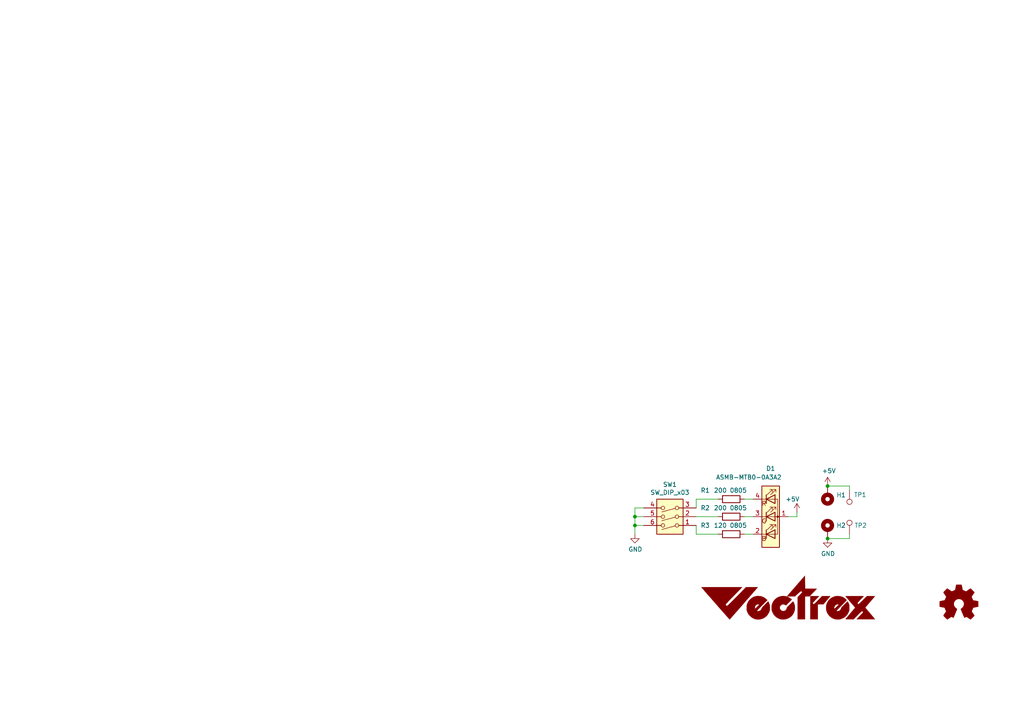
<source format=kicad_sch>
(kicad_sch (version 20211123) (generator eeschema)
  (paper "A4")
  (title_block (title "Vectrex RGB LED") (date "2020-06-28") (rev "v1.0") (company "Brett Walach"))
  (lib_symbols
    (symbol "Connector:TestPoint" (pin_numbers hide) (pin_names (offset 0.762) hide)
      (property "Reference" "TP" (at 0 6.858 0))
      (property "Value" "TestPoint" (at 0 5.08 0))
      (symbol "TestPoint_0_1"
        (circle (center 0 3.302) (radius 0.762))
      )
      (symbol "TestPoint_1_1"
        (pin passive line (at 0 0 90) (length 2.54) (name "1") (number "1"))
      )
    )
    (symbol "Device:R" (pin_numbers hide) (pin_names (offset 0))
      (property "Reference" "R" (at 2.032 0 90))
      (property "Value" "R" (at 0 0 90))
      (symbol "R_0_1"
        (rectangle (start -1.016 -2.54) (end 1.016 2.54) (stroke (width 0.254)))
      )
      (symbol "R_1_1"
        (pin passive line (at 0 3.81 270) (length 1.27) (name "~") (number "1"))
        (pin passive line (at 0 -3.81 90) (length 1.27) (name "~") (number "2"))
      )
    )
    (symbol "Graphic:Logo_Open_Hardware_Small" (pin_names (offset 1.016))
      (symbol "Logo_Open_Hardware_Small_0_1"
        (polyline (pts (xy 3.3528 -4.3434) (xy 3.302 -4.318) (xy 3.175 -4.2418) (xy 2.9972 -4.1148) (xy 2.7686 -3.9624) (xy 2.54 -3.81) (xy 2.3622 -3.7084) (xy 2.2352 -3.6068) (xy 2.1844 -3.5814) (xy 2.159 -3.6068) (xy 2.0574 -3.6576) (xy 1.905 -3.7338) (xy 1.8034 -3.7846) (xy 1.6764 -3.8354) (xy 1.6002 -3.8354) (xy 1.6002 -3.8354) (xy 1.5494 -3.7338) (xy 1.4732 -3.5306) (xy 1.3462 -3.302) (xy 1.2446 -3.0226) (xy 1.1176 -2.7178) (xy 0.9652 -2.413) (xy 0.8636 -2.1082) (xy 0.7366 -1.8288) (xy 0.6604 -1.6256) (xy 0.6096 -1.4732) (xy 0.5842 -1.397) (xy 0.5842 -1.397) (xy 0.6604 -1.3208) (xy 0.7874 -1.2446) (xy 1.0414 -1.016) (xy 1.2954 -0.6858) (xy 1.4478 -0.3302) (xy 1.524 0.0762) (xy 1.4732 0.4572) (xy 1.3208 0.8128) (xy 1.0668 1.143) (xy 0.762 1.3716) (xy 0.4064 1.524) (xy 0 1.5748) (xy -0.381 1.5494) (xy -0.7366 1.397) (xy -1.0668 1.143) (xy -1.2192 0.9906) (xy -1.397 0.6604) (xy -1.524 0.3048) (xy -1.524 0.2286) (xy -1.4986 -0.1778) (xy -1.397 -0.5334) (xy -1.1938 -0.8636) (xy -0.9144 -1.143) (xy -0.8636 -1.1684) (xy -0.7366 -1.27) (xy -0.635 -1.3462) (xy -0.5842 -1.397) (xy -1.0668 -2.5908) (xy -1.143 -2.794) (xy -1.2954 -3.1242) (xy -1.397 -3.4036) (xy -1.4986 -3.6322) (xy -1.5748 -3.7846) (xy -1.6002 -3.8354) (xy -1.6002 -3.8354) (xy -1.651 -3.8354) (xy -1.7272 -3.81) (xy -1.905 -3.7338) (xy -2.0066 -3.683) (xy -2.1336 -3.6068) (xy -2.2098 -3.5814) (xy -2.2606 -3.6068) (xy -2.3622 -3.683) (xy -2.54 -3.81) (xy -2.7686 -3.9624) (xy -2.9718 -4.0894) (xy -3.1496 -4.2164) (xy -3.302 -4.318) (xy -3.3528 -4.3434) (xy -3.3782 -4.3434) (xy -3.429 -4.318) (xy -3.5306 -4.2164) (xy -3.7084 -4.064) (xy -3.937 -3.8354) (xy -3.9624 -3.81) (xy -4.1656 -3.6068) (xy -4.318 -3.4544) (xy -4.4196 -3.3274) (xy -4.445 -3.2766) (xy -4.445 -3.2766) (xy -4.4196 -3.2258) (xy -4.318 -3.0734) (xy -4.2164 -2.8956) (xy -4.064 -2.667) (xy -3.6576 -2.0828) (xy -3.8862 -1.5494) (xy -3.937 -1.3716) (xy -4.0386 -1.1684) (xy -4.0894 -1.0414) (xy -4.1148 -0.9652) (xy -4.191 -0.9398) (xy -4.318 -0.9144) (xy -4.5466 -0.8636) (xy -4.8006 -0.8128) (xy -5.0546 -0.7874) (xy -5.2578 -0.7366) (xy -5.4356 -0.7112) (xy -5.5118 -0.6858) (xy -5.5118 -0.6858) (xy -5.5372 -0.635) (xy -5.5372 -0.5588) (xy -5.5372 -0.4318) (xy -5.5626 -0.2286) (xy -5.5626 0.0762) (xy -5.5626 0.127) (xy -5.5372 0.4064) (xy -5.5372 0.635) (xy -5.5372 0.762) (xy -5.5372 0.8382) (xy -5.5372 0.8382) (xy -5.461 0.8382) (xy -5.3086 0.889) (xy -5.08 0.9144) (xy -4.826 0.9652) (xy -4.8006 0.9906) (xy -4.5466 1.0414) (xy -4.318 1.0668) (xy -4.1656 1.1176) (xy -4.0894 1.143) (xy -4.0894 1.143) (xy -4.0386 1.2446) (xy -3.9624 1.4224) (xy -3.8608 1.6256) (xy -3.7846 1.8288) (xy -3.7084 2.0066) (xy -3.6576 2.159) (xy -3.6322 2.2098) (xy -3.6322 2.2098) (xy -3.683 2.286) (xy -3.7592 2.413) (xy -3.8862 2.5908) (xy -4.064 2.8194) (xy -4.064 2.8448) (xy -4.2164 3.0734) (xy -4.3434 3.2512) (xy -4.4196 3.3782) (xy -4.445 3.4544) (xy -4.445 3.4544) (xy -4.3942 3.5052) (xy -4.2926 3.6322) (xy -4.1148 3.81) (xy -3.937 4.0132) (xy -3.8608 4.064) (xy -3.6576 4.2926) (xy -3.5052 4.4196) (xy -3.4036 4.4958) (xy -3.3528 4.5212) (xy -3.3528 4.5212) (xy -3.302 4.4704) (xy -3.1496 4.3688) (xy -2.9718 4.2418) (xy -2.7432 4.0894) (xy -2.7178 4.0894) (xy -2.4892 3.937) (xy -2.3114 3.81) (xy -2.1844 3.7084) (xy -2.1336 3.683) (xy -2.1082 3.683) (xy -2.032 3.7084) (xy -1.8542 3.7592) (xy -1.6764 3.8354) (xy -1.4732 3.937) (xy -1.27 4.0132) (xy -1.143 4.064) (xy -1.0668 4.1148) (xy -1.0668 4.1148) (xy -1.0414 4.191) (xy -1.016 4.3434) (xy -0.9652 4.572) (xy -0.9144 4.8514) (xy -0.889 4.9022) (xy -0.8382 5.1562) (xy -0.8128 5.3848) (xy -0.7874 5.5372) (xy -0.762 5.588) (xy -0.7112 5.6134) (xy -0.5842 5.6134) (xy -0.4064 5.6134) (xy -0.1524 5.6134) (xy 0.0762 5.6134) (xy 0.3302 5.6134) (xy 0.5334 5.6134) (xy 0.6858 5.588) (xy 0.7366 5.588) (xy 0.7366 5.588) (xy 0.762 5.5118) (xy 0.8128 5.334) (xy 0.8382 5.1054) (xy 0.9144 4.826) (xy 0.9144 4.7752) (xy 0.9652 4.5212) (xy 1.016 4.2926) (xy 1.0414 4.1402) (xy 1.0668 4.0894) (xy 1.0668 4.0894) (xy 1.1938 4.0386) (xy 1.3716 3.9624) (xy 1.5748 3.8608) (xy 2.0828 3.6576) (xy 2.7178 4.0894) (xy 2.7686 4.1402) (xy 2.9972 4.2926) (xy 3.175 4.4196) (xy 3.302 4.4958) (xy 3.3782 4.5212) (xy 3.3782 4.5212) (xy 3.429 4.4704) (xy 3.556 4.3434) (xy 3.7338 4.191) (xy 3.9116 3.9878) (xy 4.064 3.8354) (xy 4.2418 3.6576) (xy 4.3434 3.556) (xy 4.4196 3.4798) (xy 4.4196 3.429) (xy 4.4196 3.4036) (xy 4.3942 3.3274) (xy 4.2926 3.2004) (xy 4.1656 2.9972) (xy 4.0132 2.794) (xy 3.8862 2.5908) (xy 3.7592 2.3876) (xy 3.6576 2.2352) (xy 3.6322 2.159) (xy 3.6322 2.1336) (xy 3.683 2.0066) (xy 3.7592 1.8288) (xy 3.8608 1.6002) (xy 4.064 1.1176) (xy 4.3942 1.0414) (xy 4.5974 1.016) (xy 4.8768 0.9652) (xy 5.1308 0.9144) (xy 5.5372 0.8382) (xy 5.5626 -0.6604) (xy 5.4864 -0.6858) (xy 5.4356 -0.6858) (xy 5.2832 -0.7366) (xy 5.0546 -0.762) (xy 4.8006 -0.8128) (xy 4.5974 -0.8636) (xy 4.3688 -0.9144) (xy 4.2164 -0.9398) (xy 4.1402 -0.9398) (xy 4.1148 -0.9652) (xy 4.064 -1.0668) (xy 3.9878 -1.2446) (xy 3.9116 -1.4478) (xy 3.81 -1.651) (xy 3.7338 -1.8542) (xy 3.683 -2.0066) (xy 3.6576 -2.0828) (xy 3.683 -2.1336) (xy 3.7846 -2.2606) (xy 3.8862 -2.4638) (xy 4.0386 -2.667) (xy 4.191 -2.8956) (xy 4.318 -3.0734) (xy 4.3942 -3.2004) (xy 4.445 -3.2766) (xy 4.4196 -3.3274) (xy 4.3434 -3.429) (xy 4.1656 -3.5814) (xy 3.937 -3.8354) (xy 3.8862 -3.8608) (xy 3.683 -4.064) (xy 3.5306 -4.2164) (xy 3.4036 -4.318) (xy 3.3528 -4.3434)) (fill (type outline)))
      )
    )
    (symbol "LED:ASMB-MTB0-0A3A2" (pin_names (offset 0) hide)
      (property "Reference" "D" (at 0 10.16 0))
      (property "Value" "ASMB-MTB0-0A3A2" (at 0 -10.16 0))
      (symbol "ASMB-MTB0-0A3A2_0_0"
        (text "B" (at -1.905 -6.35 0) (effects (font (size 1.27 1.27))))
        (text "G" (at -1.905 -1.27 0) (effects (font (size 1.27 1.27))))
        (text "R" (at -1.905 3.81 0) (effects (font (size 1.27 1.27))))
      )
      (symbol "ASMB-MTB0-0A3A2_0_1"
        (rectangle (start -2.54 -8.89) (end 2.54 8.89) (stroke (width 0.254)) (fill (type background)))
        (polyline (pts (xy -2.54 -5.08) (xy 1.27 -5.08)))
        (polyline (pts (xy -1.27 -3.81) (xy -1.27 -6.35)) (stroke (width 0.254)))
        (polyline (pts (xy -1.27 1.27) (xy -1.27 -1.27)) (stroke (width 0.254)))
        (polyline (pts (xy -1.27 6.35) (xy -1.27 3.81)) (stroke (width 0.254)))
        (polyline (pts (xy 1.27 5.08) (xy -2.54 5.08)))
        (polyline (pts (xy 2.54 0) (xy -2.54 0)))
        (polyline (pts (xy 1.27 -5.08) (xy 2.032 -5.08) (xy 2.032 5.08) (xy 1.27 5.08)))
        (polyline (pts (xy 1.27 -3.81) (xy 1.27 -6.35) (xy -1.27 -5.08) (xy 1.27 -3.81)) (stroke (width 0.254)))
        (polyline (pts (xy 1.27 1.27) (xy 1.27 -1.27) (xy -1.27 0) (xy 1.27 1.27)) (stroke (width 0.254)))
        (polyline (pts (xy 1.27 6.35) (xy 1.27 3.81) (xy -1.27 5.08) (xy 1.27 6.35)) (stroke (width 0.254)))
        (polyline (pts (xy -1.016 -3.81) (xy 0.508 -2.286) (xy -0.254 -2.286) (xy 0.508 -2.286) (xy 0.508 -3.048)))
        (polyline (pts (xy -1.016 1.27) (xy 0.508 2.794) (xy -0.254 2.794) (xy 0.508 2.794) (xy 0.508 2.032)))
        (polyline (pts (xy -1.016 6.35) (xy 0.508 7.874) (xy -0.254 7.874) (xy 0.508 7.874) (xy 0.508 7.112)))
        (polyline (pts (xy 0 -3.81) (xy 1.524 -2.286) (xy 0.762 -2.286) (xy 1.524 -2.286) (xy 1.524 -3.048)))
        (polyline (pts (xy 0 1.27) (xy 1.524 2.794) (xy 0.762 2.794) (xy 1.524 2.794) (xy 1.524 2.032)))
        (polyline (pts (xy 0 6.35) (xy 1.524 7.874) (xy 0.762 7.874) (xy 1.524 7.874) (xy 1.524 7.112)))
        (rectangle (start 1.27 6.35) (end 1.27 6.35))
        (circle (center 2.032 0) (radius 0.254) (fill (type outline)))
      )
      (symbol "ASMB-MTB0-0A3A2_1_1"
        (pin passive line (at 5.08 0 180) (length 2.54) (name "A") (number "1"))
        (pin passive line (at -5.08 -5.08 0) (length 2.54) (name "BK") (number "2"))
        (pin passive line (at -5.08 0 0) (length 2.54) (name "GK") (number "3"))
        (pin passive line (at -5.08 5.08 0) (length 2.54) (name "RK") (number "4"))
      )
    )
    (symbol "Mechanical:MountingHole_Pad" (pin_numbers hide) (pin_names (offset 1.016) hide)
      (property "Reference" "H" (at 0 6.35 0))
      (property "Value" "MountingHole_Pad" (at 0 4.445 0))
      (symbol "MountingHole_Pad_0_1"
        (circle (center 0 1.27) (radius 1.27) (stroke (width 1.27)))
      )
      (symbol "MountingHole_Pad_1_1"
        (pin input line (at 0 -2.54 90) (length 2.54) (name "1") (number "1"))
      )
    )
    (symbol "Switch:SW_DIP_x03" (pin_names (offset 0) hide)
      (property "Reference" "SW" (at 0 8.89 0))
      (property "Value" "SW_DIP_x03" (at 0 -3.81 0))
      (symbol "SW_DIP_x03_0_0"
        (circle (center -2.032 0) (radius 0.508))
        (circle (center -2.032 2.54) (radius 0.508))
        (circle (center -2.032 5.08) (radius 0.508))
        (polyline (pts (xy -1.524 0.127) (xy 2.3622 1.1684)))
        (polyline (pts (xy -1.524 2.667) (xy 2.3622 3.7084)))
        (polyline (pts (xy -1.524 5.207) (xy 2.3622 6.2484)))
        (circle (center 2.032 0) (radius 0.508))
        (circle (center 2.032 2.54) (radius 0.508))
        (circle (center 2.032 5.08) (radius 0.508))
      )
      (symbol "SW_DIP_x03_0_1"
        (rectangle (start -3.81 7.62) (end 3.81 -2.54) (stroke (width 0.254)) (fill (type background)))
      )
      (symbol "SW_DIP_x03_1_1"
        (pin passive line (at -7.62 5.08 0) (length 5.08) (name "~") (number "1"))
        (pin passive line (at -7.62 2.54 0) (length 5.08) (name "~") (number "2"))
        (pin passive line (at -7.62 0 0) (length 5.08) (name "~") (number "3"))
        (pin passive line (at 7.62 0 180) (length 5.08) (name "~") (number "4"))
        (pin passive line (at 7.62 2.54 180) (length 5.08) (name "~") (number "5"))
        (pin passive line (at 7.62 5.08 180) (length 5.08) (name "~") (number "6"))
      )
    )
    (symbol "power:+5V" (power) (pin_names (offset 0))
      (property "Value" "+5V" (at 0 3.556 0))
      (symbol "+5V_0_1"
        (polyline (pts (xy -0.762 1.27) (xy 0 2.54)))
        (polyline (pts (xy 0 0) (xy 0 2.54)))
        (polyline (pts (xy 0 2.54) (xy 0.762 1.27)))
      )
      (symbol "+5V_1_1"
        (pin power_in line (at 0 0 90) (length 0) hide (name "+5V") (number "1"))
      )
    )
    (symbol "power:GND" (power) (pin_names (offset 0))
      (property "Value" "GND" (at 0 -3.81 0))
      (symbol "GND_0_1"
        (polyline (pts (xy 0 0) (xy 0 -1.27) (xy 1.27 -1.27) (xy 0 -2.54) (xy -1.27 -1.27) (xy 0 -1.27)))
      )
      (symbol "GND_1_1"
        (pin power_in line (at 0 0 270) (length 0) hide (name "GND") (number "1"))
      )
    )
    (symbol "vectrex-us:LOGO" (pin_names (offset 1.016))
      (symbol "LOGO_0_0"
        (polyline (pts (xy 8.5852 -1.9304) (xy 9.398 -1.905) (xy 10.2108 -1.905) (xy 11.2014 -0.762) (xy 11.2776 -0.6604) (xy 11.5062 -0.381) (xy 11.7348 -0.127) (xy 11.9126 0.1016) (xy 12.065 0.2794) (xy 12.1412 0.381) (xy 12.1666 0.4318) (xy 12.065 0.4572) (xy 9.8552 0.4572) (xy 8.7376 -0.7112) (xy 8.4328 -0.9906) (xy 8.1788 -1.27) (xy 7.8232 -1.6256) (xy 7.6962 -1.7272) (xy 7.5946 -1.8034) (xy 7.5438 -1.8542) (xy 7.4676 -1.8542) (xy 7.4168 -1.8796) (xy 7.3406 -1.8542) (xy 7.2136 -1.778) (xy 7.1374 -1.651) (xy 7.1374 -1.4986) (xy 7.1628 -1.4732) (xy 7.239 -1.3462) (xy 7.3914 -1.1938) (xy 7.5692 -0.9906) (xy 7.7978 -0.7366) (xy 8.6614 0.127) (xy 8.7884 0.2794) (xy 8.9408 0.4318) (xy 8.89 0.4318) (xy 8.7884 0.4572) (xy 6.4516 0.4572) (xy 6.4516 -6.2484) (xy 8.5852 -6.2484) (xy 8.5852 -1.9304)) (stroke (width 0.0254)) (fill (type outline)))
        (polyline (pts (xy 4.8768 0.3556) (xy 5.5118 0.381) (xy 6.1722 0.381) (xy 7.2136 1.4732) (xy 8.2804 2.5654) (xy 6.5786 2.5908) (xy 4.9022 2.6162) (xy 4.8768 4.4958) (xy 4.8514 6.35) (xy 4.7244 6.1976) (xy 4.699 6.1722) (xy 4.5974 6.0452) (xy 4.4196 5.8674) (xy 4.2164 5.6134) (xy 3.9624 5.334) (xy 3.683 5.0038) (xy 3.3528 4.6228) (xy 2.6416 3.81) (xy 2.2606 3.3528) (xy 0.7366 1.6256) (xy 0.6096 1.4732) (xy 0.3556 1.1938) (xy 0.1524 0.9398) (xy -0.0254 0.7112) (xy -0.1778 0.5588) (xy -0.254 0.4318) (xy -0.2794 0.4064) (xy -0.1778 0.381) (xy 1.9558 0.381) (xy 2.7686 1.143) (xy 2.8956 1.2446) (xy 3.1496 1.4732) (xy 3.3274 1.651) (xy 3.4798 1.7526) (xy 3.6068 1.8288) (xy 3.683 1.8796) (xy 3.7338 1.905) (xy 3.8862 1.8542) (xy 4.0132 1.7526) (xy 4.064 1.6002) (xy 4.0386 1.5748) (xy 4.0132 1.4986) (xy 3.937 1.397) (xy 3.8354 1.2446) (xy 3.6322 1.0668) (xy 3.4036 0.8128) (xy 2.7432 0.127) (xy 2.7432 -6.2484) (xy 4.8768 -6.2484) (xy 4.8768 0.3556)) (stroke (width 0.0254)) (fill (type outline)))
        (polyline (pts (xy -0.635 -6.1976) (xy -0.1016 -6.0198) (xy 0.4064 -5.7658) (xy 0.8636 -5.4356) (xy 1.0922 -5.207) (xy 1.4224 -4.7752) (xy 1.6764 -4.2672) (xy 1.8542 -3.7592) (xy 1.9558 -3.2004) (xy 1.9558 -2.667) (xy 1.8796 -2.1336) (xy 1.6764 -1.524) (xy 1.5748 -1.3208) (xy 1.4986 -1.1938) (xy 1.4224 -1.1176) (xy 1.3208 -1.2192) (xy 1.1684 -1.3462) (xy 0.9652 -1.524) (xy 0.762 -1.7526) (xy 0.508 -1.9812) (xy -0.0762 -2.5654) (xy -0.2032 -2.7178) (xy -0.3048 -2.8448) (xy -0.3556 -2.921) (xy -0.4064 -3.0226) (xy -0.4318 -3.0988) (xy -0.4572 -3.2512) (xy -0.6096 -3.5306) (xy -0.8382 -3.7338) (xy -1.1176 -3.8608) (xy -1.4478 -3.8862) (xy -1.4732 -3.8862) (xy -1.778 -3.8354) (xy -2.0574 -3.683) (xy -2.2606 -3.4544) (xy -2.3114 -3.3782) (xy -2.3876 -3.2512) (xy -2.413 -3.0988) (xy -2.413 -2.6416) (xy -2.3622 -2.5146) (xy -2.2606 -2.3622) (xy -2.159 -2.2352) (xy -1.9304 -2.032) (xy -1.6764 -1.9558) (xy -1.3716 -1.9304) (xy -1.1684 -1.9558) (xy -0.9906 -2.0066) (xy -0.8382 -2.0828) (xy -0.635 -2.2098) (xy 1.0414 -0.5334) (xy 0.8128 -0.3302) (xy 0.762 -0.3048) (xy 0.3048 0.0254) (xy -0.1778 0.254) (xy -0.7112 0.4064) (xy -1.27 0.4826) (xy -1.8034 0.4572) (xy -1.905 0.4572) (xy -2.4638 0.3048) (xy -2.9972 0.1016) (xy -3.4798 -0.2032) (xy -3.8862 -0.5842) (xy -4.2418 -1.016) (xy -4.5212 -1.524) (xy -4.7244 -2.0828) (xy -4.7498 -2.3114) (xy -4.8006 -2.667) (xy -4.8006 -3.048) (xy -4.7752 -3.429) (xy -4.7244 -3.7338) (xy -4.6736 -3.8354) (xy -4.4704 -4.3688) (xy -4.191 -4.8514) (xy -3.8354 -5.2832) (xy -3.4036 -5.6642) (xy -2.921 -5.9436) (xy -2.413 -6.1722) (xy -1.8542 -6.2738) (xy -1.7526 -6.2992) (xy -1.1938 -6.2992) (xy -0.635 -6.1976)) (stroke (width 0.0254)) (fill (type outline)))
        (polyline (pts (xy -16.8402 -6.1468) (xy -16.6878 -5.969) (xy -16.4846 -5.7404) (xy -16.2306 -5.461) (xy -15.9258 -5.1054) (xy -15.5956 -4.7498) (xy -15.24 -4.318) (xy -14.8336 -3.8862) (xy -14.4272 -3.4036) (xy -13.9954 -2.921) (xy -13.5636 -2.413) (xy -13.1064 -1.905) (xy -12.6492 -1.3716) (xy -12.2174 -0.8636) (xy -11.7602 -0.3556) (xy -11.3284 0.127) (xy -10.922 0.6096) (xy -10.541 1.0414) (xy -10.1854 1.4732) (xy -9.8552 1.8542) (xy -9.5504 2.1844) (xy -9.3218 2.4638) (xy -9.1186 2.6924) (xy -8.9662 2.8702) (xy -8.8646 2.9972) (xy -8.8392 3.0226) (xy -8.8646 3.048) (xy -12.2174 3.048) (xy -14.859 0.3556) (xy -15.0114 0.2286) (xy -15.494 -0.2794) (xy -16.7132 -1.4986) (xy -17.018 -1.778) (xy -17.2466 -2.032) (xy -17.4498 -2.2098) (xy -17.5768 -2.3114) (xy -17.6276 -2.3622) (xy -17.8054 -2.3622) (xy -17.9578 -2.3114) (xy -18.0848 -2.1844) (xy -18.1356 -2.032) (xy -18.0848 -1.8542) (xy -18.0086 -1.778) (xy -17.8816 -1.6256) (xy -17.6784 -1.4224) (xy -17.4498 -1.1684) (xy -17.1704 -0.8636) (xy -16.8402 -0.5334) (xy -16.4846 -0.1524) (xy -15.5448 0.7874) (xy -15.1638 1.1938) (xy -14.4526 1.905) (xy -14.1478 2.2352) (xy -13.8684 2.4892) (xy -13.6652 2.7178) (xy -13.5128 2.8956) (xy -13.4112 2.9972) (xy -13.3604 3.0226) (xy -13.3858 3.0226) (xy -13.4874 3.048) (xy -24.4094 3.048) (xy -24.7142 3.0226) (xy -25.146 3.0226) (xy -25.1206 2.9972) (xy -25.0444 2.8956) (xy -24.892 2.7178) (xy -24.6888 2.4892) (xy -24.4348 2.2098) (xy -24.1554 1.8542) (xy -23.7998 1.4732) (xy -23.4188 1.016) (xy -23.0124 0.5588) (xy -22.5552 0.0508) (xy -21.59 -1.0668) (xy -21.0566 -1.651) (xy -20.6502 -2.1336) (xy -19.685 -3.2512) (xy -19.2278 -3.7592) (xy -18.796 -4.2418) (xy -18.415 -4.6736) (xy -18.0594 -5.08) (xy -17.7546 -5.4356) (xy -17.4752 -5.715) (xy -17.272 -5.969) (xy -17.1196 -6.1468) (xy -17.018 -6.2484) (xy -16.9672 -6.2738) (xy -16.8402 -6.1468)) (stroke (width 0.0254)) (fill (type outline)))
        (polyline (pts (xy -8.3566 -6.2992) (xy -7.8994 -6.1976) (xy -7.6962 -6.1468) (xy -7.5184 -6.096) (xy -7.0612 -5.8928) (xy -6.604 -5.588) (xy -6.1722 -5.207) (xy -5.842 -4.7498) (xy -5.5626 -4.2672) (xy -5.3594 -3.6576) (xy -5.3086 -3.3782) (xy -5.3086 -2.6924) (xy -5.334 -2.3622) (xy -5.3848 -2.0828) (xy -5.3848 -2.0066) (xy -5.461 -1.8288) (xy -5.6134 -1.4224) (xy -5.6896 -1.27) (xy -5.7658 -1.143) (xy -5.7912 -1.1176) (xy -5.8166 -1.1176) (xy -5.9182 -1.2192) (xy -6.0706 -1.3462) (xy -6.2484 -1.5494) (xy -6.477 -1.7526) (xy -6.731 -2.0066) (xy -6.7564 -2.0574) (xy -7.0358 -2.3368) (xy -7.2644 -2.54) (xy -7.4168 -2.7178) (xy -7.5184 -2.8702) (xy -7.5946 -2.9718) (xy -7.6454 -3.048) (xy -7.6708 -3.1496) (xy -7.7216 -3.2258) (xy -7.874 -3.5306) (xy -8.0772 -3.7338) (xy -8.3566 -3.8608) (xy -8.6868 -3.8862) (xy -8.9662 -3.8862) (xy -9.0424 -3.8608) (xy -9.0678 -3.8354) (xy -9.0424 -3.7846) (xy -8.9916 -3.7084) (xy -8.89 -3.5814) (xy -8.7376 -3.429) (xy -8.5598 -3.2258) (xy -6.0452 -0.7112) (xy -6.3246 -0.4572) (xy -6.5278 -0.2794) (xy -6.985 0.0508) (xy -7.5184 0.2794) (xy -7.8994 0.4064) (xy -8.4836 0.4826) (xy -9.0424 0.4826) (xy -9.5758 0.3556) (xy -10.1092 0.1778) (xy -10.5918 -0.127) (xy -11.0236 -0.508) (xy -11.2268 -0.7112) (xy -11.5062 -1.0414) (xy -11.7094 -1.4224) (xy -11.8872 -1.8288) (xy -11.9126 -1.9304) (xy -11.9634 -2.0828) (xy -11.9888 -2.2098) (xy -12.0142 -2.3876) (xy -12.0142 -3.2004) (xy -9.652 -3.2004) (xy -9.652 -2.8702) (xy -9.6012 -2.54) (xy -9.4742 -2.286) (xy -9.271 -2.0828) (xy -8.9916 -1.9558) (xy -8.6614 -1.9304) (xy -8.382 -1.9304) (xy -8.3312 -1.9558) (xy -8.4582 -2.0828) (xy -8.5852 -2.2352) (xy -9.3218 -2.9718) (xy -9.4742 -3.0988) (xy -9.6266 -3.2512) (xy -9.652 -3.2004) (xy -12.0142 -3.2004) (xy -12.0142 -3.5306) (xy -11.9888 -3.683) (xy -11.8872 -3.9878) (xy -11.7856 -4.2418) (xy -11.6078 -4.6228) (xy -11.3538 -4.9784) (xy -11.0236 -5.3086) (xy -10.668 -5.6388) (xy -10.1854 -5.9436) (xy -9.6774 -6.1722) (xy -9.0932 -6.2738) (xy -8.9408 -6.2992) (xy -8.8138 -6.3246) (xy -8.5598 -6.3246) (xy -8.3566 -6.2992)) (stroke (width 0.0254)) (fill (type outline)))
        (polyline (pts (xy 15.3162 -6.1722) (xy 15.8242 -5.969) (xy 16.3068 -5.6896) (xy 16.7386 -5.334) (xy 16.9672 -5.1054) (xy 17.2212 -4.7498) (xy 17.4244 -4.3942) (xy 17.6022 -3.9878) (xy 17.6276 -3.937) (xy 17.6784 -3.7846) (xy 17.7038 -3.6322) (xy 17.7292 -3.4544) (xy 17.7292 -2.3876) (xy 17.7038 -2.2098) (xy 17.6784 -2.0574) (xy 17.6276 -1.8796) (xy 17.5768 -1.778) (xy 17.4752 -1.524) (xy 17.399 -1.3208) (xy 17.2974 -1.1938) (xy 17.2212 -1.1176) (xy 17.1958 -1.143) (xy 17.0942 -1.2192) (xy 16.764 -1.5494) (xy 16.5354 -1.7526) (xy 15.7734 -2.5146) (xy 15.5956 -2.7178) (xy 15.4686 -2.8702) (xy 15.3924 -2.9718) (xy 15.3924 -3.0226) (xy 15.367 -3.175) (xy 15.2654 -3.3782) (xy 15.113 -3.5814) (xy 14.9352 -3.7592) (xy 14.9098 -3.7592) (xy 14.7574 -3.8354) (xy 14.605 -3.8862) (xy 14.097 -3.8862) (xy 14.0208 -3.8608) (xy 13.9954 -3.8354) (xy 14.0208 -3.7846) (xy 14.0716 -3.7084) (xy 14.1732 -3.6068) (xy 14.3002 -3.4544) (xy 14.7574 -2.9972) (xy 15.0622 -2.667) (xy 16.2052 -1.524) (xy 16.4592 -1.2446) (xy 16.6624 -1.0414) (xy 16.8148 -0.8636) (xy 16.9672 -0.7112) (xy 16.9418 -0.7112) (xy 16.891 -0.635) (xy 16.7894 -0.508) (xy 16.637 -0.381) (xy 16.4592 -0.2286) (xy 15.9766 0.1016) (xy 15.4686 0.3048) (xy 14.9352 0.4318) (xy 14.4018 0.4826) (xy 13.843 0.4572) (xy 13.335 0.3048) (xy 12.827 0.1016) (xy 12.3444 -0.2032) (xy 11.9126 -0.5842) (xy 11.7348 -0.7874) (xy 11.4808 -1.1938) (xy 11.2522 -1.651) (xy 11.0998 -2.0828) (xy 11.0744 -2.159) (xy 11.0236 -2.4384) (xy 11.0236 -2.9718) (xy 13.3604 -2.9718) (xy 13.3604 -2.8194) (xy 13.3858 -2.667) (xy 13.4366 -2.5654) (xy 13.589 -2.286) (xy 13.7922 -2.0828) (xy 14.0716 -1.9558) (xy 14.4018 -1.9304) (xy 14.6812 -1.9304) (xy 14.732 -1.9558) (xy 14.605 -2.0828) (xy 14.478 -2.2352) (xy 13.7414 -2.9718) (xy 13.589 -3.0988) (xy 13.4366 -3.2512) (xy 13.4112 -3.2258) (xy 13.3858 -3.1242) (xy 13.3604 -2.9718) (xy 11.0236 -2.9718) (xy 11.0236 -3.1242) (xy 11.049 -3.4544) (xy 11.0998 -3.7338) (xy 11.1252 -3.8608) (xy 11.3284 -4.3688) (xy 11.6078 -4.8514) (xy 11.9888 -5.2832) (xy 12.3952 -5.6642) (xy 12.8778 -5.9436) (xy 13.4112 -6.1722) (xy 13.9446 -6.2738) (xy 14.1732 -6.2992) (xy 14.7574 -6.2992) (xy 15.3162 -6.1722)) (stroke (width 0.0254)) (fill (type outline)))
        (polyline (pts (xy 20.1422 -5.08) (xy 20.193 -5.0038) (xy 20.7772 -4.4196) (xy 20.9804 -4.2418) (xy 21.1582 -4.0894) (xy 21.2852 -3.9878) (xy 21.3614 -3.937) (xy 21.4376 -3.9116) (xy 21.5138 -3.9116) (xy 21.5646 -3.937) (xy 21.6408 -4.0132) (xy 21.7424 -4.2672) (xy 21.6916 -4.2926) (xy 21.6154 -4.4196) (xy 21.463 -4.572) (xy 21.2852 -4.7752) (xy 20.8026 -5.2578) (xy 19.8882 -6.223) (xy 25.1206 -6.223) (xy 25.1206 -6.1976) (xy 25.0698 -6.1214) (xy 24.9428 -5.9944) (xy 24.7904 -5.7912) (xy 24.6126 -5.5626) (xy 24.384 -5.3086) (xy 23.368 -4.0894) (xy 23.1394 -3.81) (xy 22.9108 -3.556) (xy 22.7076 -3.3274) (xy 22.5552 -3.1496) (xy 22.4536 -3.0226) (xy 22.3266 -2.8956) (xy 23.7236 -1.2446) (xy 23.9014 -1.0414) (xy 24.1808 -0.7112) (xy 24.4602 -0.4064) (xy 24.6888 -0.127) (xy 24.8666 0.1016) (xy 25.019 0.2794) (xy 25.0952 0.381) (xy 25.146 0.4318) (xy 25.1206 0.4318) (xy 25.019 0.4572) (xy 22.86 0.4572) (xy 21.4376 -0.9652) (xy 21.1328 -1.2446) (xy 20.7264 -1.651) (xy 20.574 -1.778) (xy 20.4724 -1.8542) (xy 20.3708 -1.8796) (xy 20.2946 -1.8796) (xy 20.1168 -1.7018) (xy 20.0914 -1.6256) (xy 20.1168 -1.5494) (xy 20.193 -1.4224) (xy 20.2946 -1.27) (xy 20.4724 -1.0922) (xy 20.701 -0.8382) (xy 20.9804 -0.5334) (xy 21.1582 -0.3556) (xy 21.3868 -0.1016) (xy 21.7424 0.254) (xy 21.844 0.381) (xy 21.8694 0.4318) (xy 21.7678 0.4318) (xy 21.5646 0.4572) (xy 16.6878 0.4572) (xy 16.6624 0.4318) (xy 16.7132 0.3556) (xy 16.8402 0.2032) (xy 17.018 0) (xy 17.2212 -0.254) (xy 17.4752 -0.5334) (xy 17.7292 -0.8636) (xy 18.1864 -1.397) (xy 18.4658 -1.7272) (xy 18.7452 -2.032) (xy 18.9738 -2.3114) (xy 19.1516 -2.54) (xy 19.304 -2.7178) (xy 19.4056 -2.8194) (xy 19.431 -2.8702) (xy 19.431 -2.8956) (xy 19.3802 -2.9718) (xy 19.2532 -3.1242) (xy 19.1008 -3.302) (xy 18.8722 -3.556) (xy 18.6436 -3.8608) (xy 18.3642 -4.1656) (xy 18.0848 -4.5212) (xy 17.9324 -4.6736) (xy 17.653 -5.0292) (xy 17.399 -5.334) (xy 17.1704 -5.6134) (xy 16.9672 -5.842) (xy 16.8148 -6.0198) (xy 16.7132 -6.1214) (xy 16.6878 -6.1722) (xy 16.6878 -6.1976) (xy 16.7386 -6.1976) (xy 16.8656 -6.223) (xy 17.399 -6.223) (xy 17.8054 -6.2484) (xy 18.9738 -6.2484) (xy 20.1422 -5.08)) (stroke (width 0.0254)) (fill (type outline)))
      )
    )
  )
  (junction (at 184.15 149.86))
  (junction (at 184.15 152.4))
  (junction (at 240.03 140.97))
  (junction (at 240.03 156.21))
  (wire (pts (xy 215.9 144.78) (xy 218.44 144.78)))
  (wire (pts (xy 231.14 148.59) (xy 231.14 149.86)))
  (wire (pts (xy 201.93 152.4) (xy 201.93 154.94)))
  (wire (pts (xy 201.93 147.32) (xy 201.93 144.78)))
  (wire (pts (xy 201.93 154.94) (xy 208.28 154.94)))
  (wire (pts (xy 246.38 156.21) (xy 240.03 156.21)))
  (wire (pts (xy 186.69 149.86) (xy 184.15 149.86)))
  (wire (pts (xy 218.44 149.86) (xy 215.9 149.86)))
  (wire (pts (xy 186.69 147.32) (xy 184.15 147.32)))
  (wire (pts (xy 184.15 149.86) (xy 184.15 152.4)))
  (wire (pts (xy 184.15 152.4) (xy 186.69 152.4)))
  (wire (pts (xy 246.38 154.94) (xy 246.38 156.21)))
  (wire (pts (xy 215.9 154.94) (xy 218.44 154.94)))
  (wire (pts (xy 184.15 147.32) (xy 184.15 149.86)))
  (wire (pts (xy 246.38 142.24) (xy 246.38 140.97)))
  (wire (pts (xy 184.15 154.94) (xy 184.15 152.4)))
  (wire (pts (xy 201.93 144.78) (xy 208.28 144.78)))
  (wire (pts (xy 246.38 140.97) (xy 240.03 140.97)))
  (wire (pts (xy 231.14 149.86) (xy 228.6 149.86)))
  (wire (pts (xy 201.93 149.86) (xy 208.28 149.86)))
  (symbol (lib_id "Graphic:Logo_Open_Hardware_Small") (at 278.13 175.26 0) (unit 1)
    (property "Reference" "#LOGO1" (effects hide))
    (property "Value" "Logo_Open_Hardware_Small" (effects hide))
  )
  (symbol (lib_id "power:GND") (at 240.03 156.21 0) (unit 1)
    (property "Reference" "#PWR05" (effects hide))
    (property "Value" "GND" (at 240.157 160.6042 0))
  )
  (symbol (lib_id "LED:ASMB-MTB0-0A3A2") (at 223.52 149.86 0) (unit 1)
    (property "Reference" "D1" (at 223.52 135.89 0))
    (property "Value" "ASMB-MTB0-0A3A2" (at 217.17 138.43 0))
    (property "Footprint" "vectrex-cartridge:LED_Avago_PLCC4_3.2x2.8mm_CW" (effects hide))
    (property "Datasheet" "https://docs.broadcom.com/docs/AV02-4186EN" (effects hide))
  )
  (symbol (lib_id "Device:R") (at 212.09 144.78 270) (unit 1)
    (property "Reference" "R1" (at 203.2 142.24 90) (effects (justify left)))
    (property "Value" "200 0805" (at 207.01 142.24 90) (effects (justify left)))
    (property "Footprint" "Resistor_SMD:R_0805_2012Metric_Pad1.15x1.40mm_HandSolder" (effects hide))
  )
  (symbol (lib_id "Device:R") (at 212.09 149.86 270) (unit 1)
    (property "Reference" "R2" (at 203.2 147.32 90) (effects (justify left)))
    (property "Value" "200 0805" (at 207.01 147.32 90) (effects (justify left)))
    (property "Footprint" "Resistor_SMD:R_0805_2012Metric_Pad1.15x1.40mm_HandSolder" (effects hide))
  )
  (symbol (lib_id "Device:R") (at 212.09 154.94 270) (unit 1)
    (property "Reference" "R3" (at 203.2 152.4 90) (effects (justify left)))
    (property "Value" "120 0805" (at 207.01 152.4 90) (effects (justify left)))
    (property "Footprint" "Resistor_SMD:R_0805_2012Metric_Pad1.15x1.40mm_HandSolder" (effects hide))
  )
  (symbol (lib_id "power:GND") (at 184.15 154.94 0) (unit 1)
    (property "Reference" "#PWR01" (effects hide))
    (property "Value" "GND" (at 184.277 159.3342 0))
  )
  (symbol (lib_id "power:+5V") (at 231.14 148.59 0) (unit 1)
    (property "Reference" "#PWR02" (effects hide))
    (property "Value" "+5V" (at 229.87 144.78 0))
  )
  (symbol (lib_id "Mechanical:MountingHole_Pad") (at 240.03 153.67 0) (unit 1)
    (property "Reference" "H2" (at 242.57 152.4 0) (effects (justify left)))
    (property "Value" "MountingHole_Pad" (effects hide))
    (property "Footprint" "TestPoint:TestPoint_THTPad_D2.0mm_Drill1.0mm" (effects hide))
  )
  (symbol (lib_id "Mechanical:MountingHole_Pad") (at 240.03 143.51 180) (unit 1)
    (property "Reference" "H1" (at 242.57 143.5862 0) (effects (justify right)))
    (property "Value" "MountingHole_Pad" (effects hide))
    (property "Footprint" "TestPoint:TestPoint_THTPad_D2.0mm_Drill1.0mm" (effects hide))
  )
  (symbol (lib_id "power:+5V") (at 240.03 140.97 0) (unit 1)
    (property "Reference" "#PWR04" (effects hide))
    (property "Value" "+5V" (at 240.411 136.5758 0))
  )
  (symbol (lib_id "Switch:SW_DIP_x03") (at 194.31 147.32 180) (unit 1)
    (property "Reference" "SW1" (at 194.31 140.5382 0))
    (property "Value" "SW_DIP_x03" (at 194.31 142.8496 0))
    (property "Footprint" "Button_Switch_SMD:SW_DIP_SPSTx03_Slide_6.7x9.18mm_W8.61mm_P2.54mm_LowProfile" (effects hide))
  )
  (symbol (lib_id "vectrex-us:LOGO") (at 228.6 173.355 0) (unit 1)
    (property "Reference" "G1" (effects hide))
    (property "Value" "LOGO" (effects hide))
    (property "Footprint" "vectrex-cartridge:vectrex-us-soldermask-15mm" (effects hide))
  )
  (symbol (lib_id "Connector:TestPoint") (at 246.38 142.24 180) (unit 1)
    (property "Reference" "TP1" (at 247.65 143.51 0) (effects (justify right)))
    (property "Value" "TestPoint" (effects hide))
    (property "Footprint" "TestPoint:TestPoint_Pad_D2.0mm" (effects hide))
  )
  (symbol (lib_id "Connector:TestPoint") (at 246.38 154.94 0) (unit 1)
    (property "Reference" "TP2" (at 251.46 152.4 0) (effects (justify right)))
    (property "Value" "TestPoint" (effects hide))
    (property "Footprint" "TestPoint:TestPoint_Pad_D2.0mm" (effects hide))
  )
)
</source>
